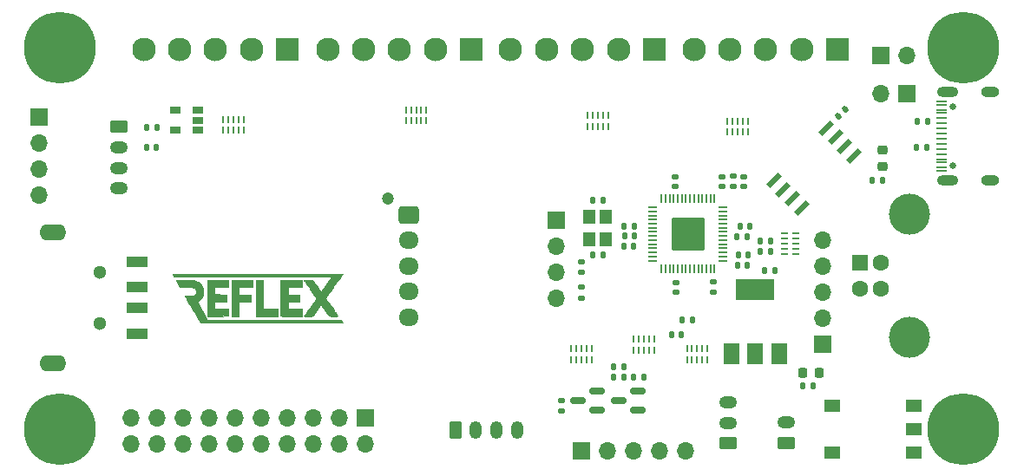
<source format=gbr>
%TF.GenerationSoftware,KiCad,Pcbnew,(7.0.0-0)*%
%TF.CreationDate,2023-08-14T10:15:54-06:00*%
%TF.ProjectId,ReflexFightingBoard,5265666c-6578-4466-9967-6874696e6742,rev?*%
%TF.SameCoordinates,Original*%
%TF.FileFunction,Soldermask,Top*%
%TF.FilePolarity,Negative*%
%FSLAX46Y46*%
G04 Gerber Fmt 4.6, Leading zero omitted, Abs format (unit mm)*
G04 Created by KiCad (PCBNEW (7.0.0-0)) date 2023-08-14 10:15:54*
%MOMM*%
%LPD*%
G01*
G04 APERTURE LIST*
G04 Aperture macros list*
%AMRoundRect*
0 Rectangle with rounded corners*
0 $1 Rounding radius*
0 $2 $3 $4 $5 $6 $7 $8 $9 X,Y pos of 4 corners*
0 Add a 4 corners polygon primitive as box body*
4,1,4,$2,$3,$4,$5,$6,$7,$8,$9,$2,$3,0*
0 Add four circle primitives for the rounded corners*
1,1,$1+$1,$2,$3*
1,1,$1+$1,$4,$5*
1,1,$1+$1,$6,$7*
1,1,$1+$1,$8,$9*
0 Add four rect primitives between the rounded corners*
20,1,$1+$1,$2,$3,$4,$5,0*
20,1,$1+$1,$4,$5,$6,$7,0*
20,1,$1+$1,$6,$7,$8,$9,0*
20,1,$1+$1,$8,$9,$2,$3,0*%
%AMRotRect*
0 Rectangle, with rotation*
0 The origin of the aperture is its center*
0 $1 length*
0 $2 width*
0 $3 Rotation angle, in degrees counterclockwise*
0 Add horizontal line*
21,1,$1,$2,0,0,$3*%
G04 Aperture macros list end*
%ADD10C,0.010000*%
%ADD11RoundRect,0.135000X0.135000X0.185000X-0.135000X0.185000X-0.135000X-0.185000X0.135000X-0.185000X0*%
%ADD12R,1.060000X0.650000*%
%ADD13RoundRect,0.140000X-0.140000X-0.170000X0.140000X-0.170000X0.140000X0.170000X-0.140000X0.170000X0*%
%ADD14RoundRect,0.135000X0.185000X-0.135000X0.185000X0.135000X-0.185000X0.135000X-0.185000X-0.135000X0*%
%ADD15RoundRect,0.135000X-0.185000X0.135000X-0.185000X-0.135000X0.185000X-0.135000X0.185000X0.135000X0*%
%ADD16R,1.700000X1.700000*%
%ADD17O,1.700000X1.700000*%
%ADD18RoundRect,0.249999X-0.625001X0.350001X-0.625001X-0.350001X0.625001X-0.350001X0.625001X0.350001X0*%
%ADD19O,1.750000X1.200000*%
%ADD20RoundRect,0.250000X0.625000X-0.350000X0.625000X0.350000X-0.625000X0.350000X-0.625000X-0.350000X0*%
%ADD21R,2.300000X2.300000*%
%ADD22C,2.300000*%
%ADD23C,7.000000*%
%ADD24RoundRect,0.140000X0.140000X0.170000X-0.140000X0.170000X-0.140000X-0.170000X0.140000X-0.170000X0*%
%ADD25O,0.200000X0.700000*%
%ADD26C,1.300000*%
%ADD27R,2.000000X1.000000*%
%ADD28O,2.610000X1.600000*%
%ADD29RoundRect,0.250000X-0.350000X-0.625000X0.350000X-0.625000X0.350000X0.625000X-0.350000X0.625000X0*%
%ADD30O,1.200000X1.750000*%
%ADD31RoundRect,0.140000X-0.170000X0.140000X-0.170000X-0.140000X0.170000X-0.140000X0.170000X0.140000X0*%
%ADD32RoundRect,0.135000X-0.135000X-0.185000X0.135000X-0.185000X0.135000X0.185000X-0.135000X0.185000X0*%
%ADD33R,1.600000X1.600000*%
%ADD34C,1.600000*%
%ADD35C,4.000000*%
%ADD36RoundRect,0.147500X-0.147500X-0.172500X0.147500X-0.172500X0.147500X0.172500X-0.147500X0.172500X0*%
%ADD37R,1.500000X2.000000*%
%ADD38R,3.800000X2.000000*%
%ADD39RotRect,1.610000X0.580000X45.000000*%
%ADD40RoundRect,0.150000X0.587500X0.150000X-0.587500X0.150000X-0.587500X-0.150000X0.587500X-0.150000X0*%
%ADD41RoundRect,0.050000X-0.050000X0.387500X-0.050000X-0.387500X0.050000X-0.387500X0.050000X0.387500X0*%
%ADD42RoundRect,0.050000X-0.387500X0.050000X-0.387500X-0.050000X0.387500X-0.050000X0.387500X0.050000X0*%
%ADD43RoundRect,0.144000X-1.456000X1.456000X-1.456000X-1.456000X1.456000X-1.456000X1.456000X1.456000X0*%
%ADD44RoundRect,0.140000X0.170000X-0.140000X0.170000X0.140000X-0.170000X0.140000X-0.170000X-0.140000X0*%
%ADD45R,1.150000X1.400000*%
%ADD46RoundRect,0.218750X-0.218750X-0.256250X0.218750X-0.256250X0.218750X0.256250X-0.218750X0.256250X0*%
%ADD47RoundRect,0.218750X-0.256250X0.218750X-0.256250X-0.218750X0.256250X-0.218750X0.256250X0.218750X0*%
%ADD48R,1.550000X1.300000*%
%ADD49RoundRect,0.140000X0.021213X-0.219203X0.219203X-0.021213X-0.021213X0.219203X-0.219203X0.021213X0*%
%ADD50C,1.200000*%
%ADD51RoundRect,0.250000X-0.725000X0.600000X-0.725000X-0.600000X0.725000X-0.600000X0.725000X0.600000X0*%
%ADD52O,1.950000X1.700000*%
%ADD53C,0.650000*%
%ADD54R,1.100000X0.225000*%
%ADD55O,2.100000X1.000000*%
%ADD56O,1.800000X1.000000*%
%ADD57O,0.700000X0.200000*%
G04 APERTURE END LIST*
%TO.C,Ref\u002A\u002A*%
G36*
X127162316Y-108736848D02*
G01*
X128580483Y-108736848D01*
X128580483Y-109456515D01*
X126463816Y-109456515D01*
X126463816Y-105921682D01*
X127162316Y-105921682D01*
X127162316Y-108736848D01*
G37*
D10*
X127162316Y-108736848D02*
X128580483Y-108736848D01*
X128580483Y-109456515D01*
X126463816Y-109456515D01*
X126463816Y-105921682D01*
X127162316Y-105921682D01*
X127162316Y-108736848D01*
G36*
X126156900Y-105932265D02*
G01*
X126156900Y-106630765D01*
X124791650Y-106641935D01*
X124791650Y-107339848D01*
X125934650Y-107339848D01*
X125934650Y-108038348D01*
X124791650Y-108038348D01*
X124791650Y-109456515D01*
X124093150Y-109456515D01*
X124093150Y-105921279D01*
X126156900Y-105932265D01*
G37*
X126156900Y-105932265D02*
X126156900Y-106630765D01*
X124791650Y-106641935D01*
X124791650Y-107339848D01*
X125934650Y-107339848D01*
X125934650Y-108038348D01*
X124791650Y-108038348D01*
X124791650Y-109456515D01*
X124093150Y-109456515D01*
X124093150Y-105921279D01*
X126156900Y-105932265D01*
G36*
X122764941Y-105926770D02*
G01*
X123786233Y-105932265D01*
X123786233Y-106630765D01*
X123113668Y-106636355D01*
X122441104Y-106641944D01*
X122446918Y-106985605D01*
X122452733Y-107329265D01*
X123563983Y-107340551D01*
X123563983Y-108037645D01*
X123008358Y-108043288D01*
X122452733Y-108048932D01*
X122452733Y-108726265D01*
X123119483Y-108736848D01*
X123786233Y-108747432D01*
X123786233Y-109445932D01*
X122764941Y-109451426D01*
X121743650Y-109456921D01*
X121743650Y-105921275D01*
X122764941Y-105926770D01*
G37*
X122764941Y-105926770D02*
X123786233Y-105932265D01*
X123786233Y-106630765D01*
X123113668Y-106636355D01*
X122441104Y-106641944D01*
X122446918Y-106985605D01*
X122452733Y-107329265D01*
X123563983Y-107340551D01*
X123563983Y-108037645D01*
X123008358Y-108043288D01*
X122452733Y-108048932D01*
X122452733Y-108726265D01*
X123119483Y-108736848D01*
X123786233Y-108747432D01*
X123786233Y-109445932D01*
X122764941Y-109451426D01*
X121743650Y-109456921D01*
X121743650Y-105921275D01*
X122764941Y-105926770D01*
G36*
X130929983Y-106641348D02*
G01*
X129596483Y-106641348D01*
X129596483Y-107339848D01*
X130697150Y-107339848D01*
X130697150Y-108038348D01*
X129596483Y-108038348D01*
X129596483Y-108736848D01*
X130929983Y-108736848D01*
X130929983Y-109456515D01*
X129913319Y-109456515D01*
X129668765Y-109456287D01*
X129463628Y-109455552D01*
X129294993Y-109454235D01*
X129159945Y-109452261D01*
X129055570Y-109449555D01*
X128978954Y-109446043D01*
X128927181Y-109441648D01*
X128897337Y-109436295D01*
X128886559Y-109430057D01*
X128885069Y-109405266D01*
X128883777Y-109341336D01*
X128882689Y-109241459D01*
X128881815Y-109108830D01*
X128881164Y-108946640D01*
X128880743Y-108758085D01*
X128880562Y-108546356D01*
X128880627Y-108314647D01*
X128880949Y-108066152D01*
X128881535Y-107804063D01*
X128881932Y-107667932D01*
X128887400Y-105932265D01*
X129908691Y-105926770D01*
X130929983Y-105921275D01*
X130929983Y-106641348D01*
G37*
X130929983Y-106641348D02*
X129596483Y-106641348D01*
X129596483Y-107339848D01*
X130697150Y-107339848D01*
X130697150Y-108038348D01*
X129596483Y-108038348D01*
X129596483Y-108736848D01*
X130929983Y-108736848D01*
X130929983Y-109456515D01*
X129913319Y-109456515D01*
X129668765Y-109456287D01*
X129463628Y-109455552D01*
X129294993Y-109454235D01*
X129159945Y-109452261D01*
X129055570Y-109449555D01*
X128978954Y-109446043D01*
X128927181Y-109441648D01*
X128897337Y-109436295D01*
X128886559Y-109430057D01*
X128885069Y-109405266D01*
X128883777Y-109341336D01*
X128882689Y-109241459D01*
X128881815Y-109108830D01*
X128881164Y-108946640D01*
X128880743Y-108758085D01*
X128880562Y-108546356D01*
X128880627Y-108314647D01*
X128880949Y-108066152D01*
X128881535Y-107804063D01*
X128881932Y-107667932D01*
X128887400Y-105932265D01*
X129908691Y-105926770D01*
X130929983Y-105921275D01*
X130929983Y-106641348D01*
G36*
X119315812Y-105924462D02*
G01*
X119498370Y-105925407D01*
X119576970Y-105926068D01*
X120441900Y-105934144D01*
X120583123Y-105989843D01*
X120772628Y-106079728D01*
X120930150Y-106189269D01*
X121063835Y-106324649D01*
X121119117Y-106396670D01*
X121227302Y-106583971D01*
X121297252Y-106787030D01*
X121327802Y-107001163D01*
X121319988Y-107204908D01*
X121280103Y-107384643D01*
X121208499Y-107560207D01*
X121110709Y-107722711D01*
X120992265Y-107863271D01*
X120858701Y-107973001D01*
X120830996Y-107990268D01*
X120789558Y-108018492D01*
X120770177Y-108039074D01*
X120769983Y-108040308D01*
X120779743Y-108063156D01*
X120806359Y-108115240D01*
X120845828Y-108188953D01*
X120894152Y-108276691D01*
X120896983Y-108281765D01*
X120945630Y-108369750D01*
X120985664Y-108443793D01*
X121013099Y-108496401D01*
X121023947Y-108520081D01*
X121023983Y-108520414D01*
X121033811Y-108542610D01*
X121060068Y-108592358D01*
X121097914Y-108660610D01*
X121115997Y-108692435D01*
X121166881Y-108782883D01*
X121227843Y-108893485D01*
X121289352Y-109006875D01*
X121320386Y-109064932D01*
X121375706Y-109168386D01*
X121433383Y-109275017D01*
X121484972Y-109369266D01*
X121509930Y-109414182D01*
X121549580Y-109486348D01*
X121581722Y-109547541D01*
X121599885Y-109585409D01*
X121600592Y-109587195D01*
X121619684Y-109625882D01*
X121652252Y-109682487D01*
X121668549Y-109708904D01*
X121723014Y-109795182D01*
X134733849Y-109795182D01*
X134821583Y-109920254D01*
X134864775Y-109984841D01*
X134896098Y-110037425D01*
X134909239Y-110067343D01*
X134909316Y-110068421D01*
X134888468Y-110070194D01*
X134827195Y-110071905D01*
X134727407Y-110073554D01*
X134591014Y-110075140D01*
X134419923Y-110076661D01*
X134216045Y-110078118D01*
X133981289Y-110079508D01*
X133717563Y-110080832D01*
X133426776Y-110082087D01*
X133110838Y-110083273D01*
X132771659Y-110084390D01*
X132411146Y-110085436D01*
X132031210Y-110086410D01*
X131633758Y-110087311D01*
X131220702Y-110088139D01*
X130793948Y-110088891D01*
X130355408Y-110089569D01*
X129906989Y-110090170D01*
X129450601Y-110090693D01*
X128988153Y-110091138D01*
X128521554Y-110091504D01*
X128052713Y-110091789D01*
X127583540Y-110091993D01*
X127115943Y-110092115D01*
X126651832Y-110092153D01*
X126193115Y-110092108D01*
X125741703Y-110091977D01*
X125299503Y-110091761D01*
X124868426Y-110091457D01*
X124450379Y-110091066D01*
X124047274Y-110090586D01*
X123661017Y-110090016D01*
X123293519Y-110089355D01*
X122946689Y-110088602D01*
X122622435Y-110087757D01*
X122322668Y-110086818D01*
X122049296Y-110085785D01*
X121804227Y-110084656D01*
X121589372Y-110083431D01*
X121406640Y-110082109D01*
X121257939Y-110080688D01*
X121145179Y-110079167D01*
X121070268Y-110077547D01*
X121035117Y-110075825D01*
X121032645Y-110075316D01*
X121019344Y-110055267D01*
X120987364Y-110001958D01*
X120938772Y-109919028D01*
X120875636Y-109810118D01*
X120800020Y-109678870D01*
X120713993Y-109528923D01*
X120619620Y-109363919D01*
X120518968Y-109187499D01*
X120414105Y-109003303D01*
X120307096Y-108814971D01*
X120200008Y-108626145D01*
X120094908Y-108440466D01*
X119993863Y-108261574D01*
X119898939Y-108093110D01*
X119812203Y-107938714D01*
X119735721Y-107802028D01*
X119671560Y-107686692D01*
X119621787Y-107596347D01*
X119588469Y-107534634D01*
X119573671Y-107505193D01*
X119573533Y-107504840D01*
X119572425Y-107492668D01*
X119583257Y-107483485D01*
X119611311Y-107476723D01*
X119661872Y-107471814D01*
X119740219Y-107468191D01*
X119851638Y-107465286D01*
X119960612Y-107463227D01*
X120100140Y-107460647D01*
X120204156Y-107457841D01*
X120279477Y-107453890D01*
X120332919Y-107447872D01*
X120371299Y-107438867D01*
X120401433Y-107425955D01*
X120430137Y-107408215D01*
X120445335Y-107397766D01*
X120536020Y-107311797D01*
X120594894Y-107207205D01*
X120622055Y-107092116D01*
X120617597Y-106974657D01*
X120581618Y-106862953D01*
X120514212Y-106765131D01*
X120437117Y-106701948D01*
X120413385Y-106687802D01*
X120389057Y-106676516D01*
X120359143Y-106667670D01*
X120318653Y-106660850D01*
X120262596Y-106655637D01*
X120185982Y-106651614D01*
X120083820Y-106648364D01*
X119951122Y-106645471D01*
X119782895Y-106642516D01*
X119712106Y-106641348D01*
X119066978Y-106630765D01*
X118873461Y-106292098D01*
X118813032Y-106183978D01*
X118762061Y-106088197D01*
X118723570Y-106010826D01*
X118700581Y-105957933D01*
X118695992Y-105935711D01*
X118719972Y-105932070D01*
X118781738Y-105929069D01*
X118876748Y-105926758D01*
X119000459Y-105925187D01*
X119148328Y-105924405D01*
X119315812Y-105924462D01*
G37*
X119315812Y-105924462D02*
X119498370Y-105925407D01*
X119576970Y-105926068D01*
X120441900Y-105934144D01*
X120583123Y-105989843D01*
X120772628Y-106079728D01*
X120930150Y-106189269D01*
X121063835Y-106324649D01*
X121119117Y-106396670D01*
X121227302Y-106583971D01*
X121297252Y-106787030D01*
X121327802Y-107001163D01*
X121319988Y-107204908D01*
X121280103Y-107384643D01*
X121208499Y-107560207D01*
X121110709Y-107722711D01*
X120992265Y-107863271D01*
X120858701Y-107973001D01*
X120830996Y-107990268D01*
X120789558Y-108018492D01*
X120770177Y-108039074D01*
X120769983Y-108040308D01*
X120779743Y-108063156D01*
X120806359Y-108115240D01*
X120845828Y-108188953D01*
X120894152Y-108276691D01*
X120896983Y-108281765D01*
X120945630Y-108369750D01*
X120985664Y-108443793D01*
X121013099Y-108496401D01*
X121023947Y-108520081D01*
X121023983Y-108520414D01*
X121033811Y-108542610D01*
X121060068Y-108592358D01*
X121097914Y-108660610D01*
X121115997Y-108692435D01*
X121166881Y-108782883D01*
X121227843Y-108893485D01*
X121289352Y-109006875D01*
X121320386Y-109064932D01*
X121375706Y-109168386D01*
X121433383Y-109275017D01*
X121484972Y-109369266D01*
X121509930Y-109414182D01*
X121549580Y-109486348D01*
X121581722Y-109547541D01*
X121599885Y-109585409D01*
X121600592Y-109587195D01*
X121619684Y-109625882D01*
X121652252Y-109682487D01*
X121668549Y-109708904D01*
X121723014Y-109795182D01*
X134733849Y-109795182D01*
X134821583Y-109920254D01*
X134864775Y-109984841D01*
X134896098Y-110037425D01*
X134909239Y-110067343D01*
X134909316Y-110068421D01*
X134888468Y-110070194D01*
X134827195Y-110071905D01*
X134727407Y-110073554D01*
X134591014Y-110075140D01*
X134419923Y-110076661D01*
X134216045Y-110078118D01*
X133981289Y-110079508D01*
X133717563Y-110080832D01*
X133426776Y-110082087D01*
X133110838Y-110083273D01*
X132771659Y-110084390D01*
X132411146Y-110085436D01*
X132031210Y-110086410D01*
X131633758Y-110087311D01*
X131220702Y-110088139D01*
X130793948Y-110088891D01*
X130355408Y-110089569D01*
X129906989Y-110090170D01*
X129450601Y-110090693D01*
X128988153Y-110091138D01*
X128521554Y-110091504D01*
X128052713Y-110091789D01*
X127583540Y-110091993D01*
X127115943Y-110092115D01*
X126651832Y-110092153D01*
X126193115Y-110092108D01*
X125741703Y-110091977D01*
X125299503Y-110091761D01*
X124868426Y-110091457D01*
X124450379Y-110091066D01*
X124047274Y-110090586D01*
X123661017Y-110090016D01*
X123293519Y-110089355D01*
X122946689Y-110088602D01*
X122622435Y-110087757D01*
X122322668Y-110086818D01*
X122049296Y-110085785D01*
X121804227Y-110084656D01*
X121589372Y-110083431D01*
X121406640Y-110082109D01*
X121257939Y-110080688D01*
X121145179Y-110079167D01*
X121070268Y-110077547D01*
X121035117Y-110075825D01*
X121032645Y-110075316D01*
X121019344Y-110055267D01*
X120987364Y-110001958D01*
X120938772Y-109919028D01*
X120875636Y-109810118D01*
X120800020Y-109678870D01*
X120713993Y-109528923D01*
X120619620Y-109363919D01*
X120518968Y-109187499D01*
X120414105Y-109003303D01*
X120307096Y-108814971D01*
X120200008Y-108626145D01*
X120094908Y-108440466D01*
X119993863Y-108261574D01*
X119898939Y-108093110D01*
X119812203Y-107938714D01*
X119735721Y-107802028D01*
X119671560Y-107686692D01*
X119621787Y-107596347D01*
X119588469Y-107534634D01*
X119573671Y-107505193D01*
X119573533Y-107504840D01*
X119572425Y-107492668D01*
X119583257Y-107483485D01*
X119611311Y-107476723D01*
X119661872Y-107471814D01*
X119740219Y-107468191D01*
X119851638Y-107465286D01*
X119960612Y-107463227D01*
X120100140Y-107460647D01*
X120204156Y-107457841D01*
X120279477Y-107453890D01*
X120332919Y-107447872D01*
X120371299Y-107438867D01*
X120401433Y-107425955D01*
X120430137Y-107408215D01*
X120445335Y-107397766D01*
X120536020Y-107311797D01*
X120594894Y-107207205D01*
X120622055Y-107092116D01*
X120617597Y-106974657D01*
X120581618Y-106862953D01*
X120514212Y-106765131D01*
X120437117Y-106701948D01*
X120413385Y-106687802D01*
X120389057Y-106676516D01*
X120359143Y-106667670D01*
X120318653Y-106660850D01*
X120262596Y-106655637D01*
X120185982Y-106651614D01*
X120083820Y-106648364D01*
X119951122Y-106645471D01*
X119782895Y-106642516D01*
X119712106Y-106641348D01*
X119066978Y-106630765D01*
X118873461Y-106292098D01*
X118813032Y-106183978D01*
X118762061Y-106088197D01*
X118723570Y-106010826D01*
X118700581Y-105957933D01*
X118695992Y-105935711D01*
X118719972Y-105932070D01*
X118781738Y-105929069D01*
X118876748Y-105926758D01*
X119000459Y-105925187D01*
X119148328Y-105924405D01*
X119315812Y-105924462D01*
G36*
X134877011Y-105366057D02*
G01*
X134847670Y-105410092D01*
X134797824Y-105482794D01*
X134731536Y-105578357D01*
X134652873Y-105690974D01*
X134565899Y-105814842D01*
X134474681Y-105944152D01*
X134383282Y-106073100D01*
X134305837Y-106181795D01*
X134223706Y-106297259D01*
X134131595Y-106427580D01*
X134041771Y-106555366D01*
X133977754Y-106647022D01*
X133906734Y-106748523D01*
X133820330Y-106871073D01*
X133727937Y-107001396D01*
X133638952Y-107126217D01*
X133610739Y-107165606D01*
X133496466Y-107325738D01*
X133406247Y-107454077D01*
X133338704Y-107552673D01*
X133292458Y-107623573D01*
X133266131Y-107668829D01*
X133258316Y-107689822D01*
X133271028Y-107717046D01*
X133308994Y-107777681D01*
X133371960Y-107871351D01*
X133459670Y-107997681D01*
X133571870Y-108156297D01*
X133649371Y-108264761D01*
X133719195Y-108362394D01*
X133798786Y-108474035D01*
X133883894Y-108593684D01*
X133970268Y-108715345D01*
X134053659Y-108833020D01*
X134129816Y-108940710D01*
X134194490Y-109032419D01*
X134243431Y-109102149D01*
X134272388Y-109143901D01*
X134273743Y-109145895D01*
X134302779Y-109187555D01*
X134346266Y-109248616D01*
X134384868Y-109302153D01*
X134426306Y-109362500D01*
X134455201Y-109410727D01*
X134464816Y-109434444D01*
X134443773Y-109443170D01*
X134381031Y-109449737D01*
X134277173Y-109454116D01*
X134132778Y-109456276D01*
X134052891Y-109456515D01*
X133909682Y-109457049D01*
X133801525Y-109456582D01*
X133721189Y-109452013D01*
X133661445Y-109440241D01*
X133615063Y-109418162D01*
X133574813Y-109382675D01*
X133533465Y-109330678D01*
X133483790Y-109259069D01*
X133438233Y-109192798D01*
X133360007Y-109080977D01*
X133275483Y-108961066D01*
X133188456Y-108838353D01*
X133102718Y-108718125D01*
X133022063Y-108605671D01*
X132950285Y-108506278D01*
X132891177Y-108425234D01*
X132848533Y-108367827D01*
X132826145Y-108339344D01*
X132825353Y-108338484D01*
X132806559Y-108329170D01*
X132782980Y-108343574D01*
X132748323Y-108386928D01*
X132723500Y-108423151D01*
X132683062Y-108482525D01*
X132625046Y-108566209D01*
X132556513Y-108664086D01*
X132484522Y-108766039D01*
X132467674Y-108789765D01*
X132389953Y-108899313D01*
X132308179Y-109014955D01*
X132231581Y-109123620D01*
X132169385Y-109212238D01*
X132164162Y-109219710D01*
X132109186Y-109297477D01*
X132060752Y-109364328D01*
X132025537Y-109411131D01*
X132013263Y-109426085D01*
X131995401Y-109437012D01*
X131961189Y-109445105D01*
X131905312Y-109450733D01*
X131822453Y-109454264D01*
X131707298Y-109456066D01*
X131574054Y-109456515D01*
X131416642Y-109455603D01*
X131299183Y-109452778D01*
X131219331Y-109447903D01*
X131174745Y-109440846D01*
X131162816Y-109432830D01*
X131174468Y-109407984D01*
X131206537Y-109355490D01*
X131254694Y-109282048D01*
X131314612Y-109194357D01*
X131344019Y-109152372D01*
X131407524Y-109062359D01*
X131489611Y-108945971D01*
X131584477Y-108811437D01*
X131686320Y-108666987D01*
X131789337Y-108520851D01*
X131860881Y-108419348D01*
X131954279Y-108286861D01*
X132044407Y-108159070D01*
X132126970Y-108042060D01*
X132197675Y-107941913D01*
X132252229Y-107864713D01*
X132284387Y-107819292D01*
X132326051Y-107755244D01*
X132353367Y-107702712D01*
X132360883Y-107672318D01*
X132360448Y-107671125D01*
X132343154Y-107643353D01*
X132307748Y-107591332D01*
X132261049Y-107525027D01*
X132247864Y-107506628D01*
X132184851Y-107418605D01*
X132104302Y-107305464D01*
X132012977Y-107176756D01*
X131917638Y-107042030D01*
X131825045Y-106910836D01*
X131741959Y-106792724D01*
X131695222Y-106726015D01*
X131638495Y-106645458D01*
X131568659Y-106547153D01*
X131497466Y-106447616D01*
X131469337Y-106408515D01*
X131364572Y-106262431D01*
X131278042Y-106140156D01*
X131211337Y-106043998D01*
X131166049Y-105976259D01*
X131143766Y-105939247D01*
X131141650Y-105933479D01*
X131161758Y-105929887D01*
X131217851Y-105926736D01*
X131303581Y-105924203D01*
X131412600Y-105922466D01*
X131538561Y-105921702D01*
X131563471Y-105921682D01*
X131713632Y-105922238D01*
X131826725Y-105924143D01*
X131908003Y-105927752D01*
X131962721Y-105933422D01*
X131996132Y-105941506D01*
X132013263Y-105952112D01*
X132036916Y-105981881D01*
X132077932Y-106037364D01*
X132129634Y-106109431D01*
X132164162Y-106158487D01*
X132224349Y-106244296D01*
X132299890Y-106351499D01*
X132381557Y-106467027D01*
X132460122Y-106577807D01*
X132467674Y-106588432D01*
X132539329Y-106689689D01*
X132609089Y-106789101D01*
X132669939Y-106876615D01*
X132714860Y-106942175D01*
X132722512Y-106953557D01*
X132771141Y-107022100D01*
X132804201Y-107056555D01*
X132826158Y-107060124D01*
X132840651Y-107038223D01*
X132855766Y-107013091D01*
X132891425Y-106959661D01*
X132943455Y-106884007D01*
X133007686Y-106792202D01*
X133070458Y-106703623D01*
X133151046Y-106590289D01*
X133231940Y-106476070D01*
X133306285Y-106370679D01*
X133367224Y-106283825D01*
X133395900Y-106242633D01*
X133451131Y-106163389D01*
X133521614Y-106063014D01*
X133597981Y-105954816D01*
X133665775Y-105859254D01*
X133726236Y-105773419D01*
X133776652Y-105700188D01*
X133812477Y-105646294D01*
X133829164Y-105618465D01*
X133829816Y-105616453D01*
X133808898Y-105615543D01*
X133747136Y-105614650D01*
X133646021Y-105613775D01*
X133507042Y-105612920D01*
X133331690Y-105612089D01*
X133121454Y-105611283D01*
X132877824Y-105610505D01*
X132602291Y-105609757D01*
X132296343Y-105609042D01*
X131961472Y-105608363D01*
X131599166Y-105607722D01*
X131210917Y-105607120D01*
X130798214Y-105606562D01*
X130362546Y-105606048D01*
X129905404Y-105605582D01*
X129428278Y-105605167D01*
X128932657Y-105604803D01*
X128420032Y-105604495D01*
X127891892Y-105604244D01*
X127349728Y-105604053D01*
X126795029Y-105603924D01*
X126229285Y-105603860D01*
X126172775Y-105603857D01*
X125605762Y-105603791D01*
X125049529Y-105603642D01*
X124505572Y-105603413D01*
X123975386Y-105603108D01*
X123460468Y-105602730D01*
X122962313Y-105602282D01*
X122482418Y-105601767D01*
X122022278Y-105601187D01*
X121583391Y-105600547D01*
X121167251Y-105599849D01*
X120775355Y-105599096D01*
X120409199Y-105598292D01*
X120070280Y-105597439D01*
X119760092Y-105596540D01*
X119480132Y-105595600D01*
X119231897Y-105594620D01*
X119016882Y-105593603D01*
X118836583Y-105592554D01*
X118692497Y-105591475D01*
X118586119Y-105590369D01*
X118518946Y-105589239D01*
X118492473Y-105588088D01*
X118492136Y-105587982D01*
X118471298Y-105563333D01*
X118438676Y-105514150D01*
X118401562Y-105452842D01*
X118367248Y-105391818D01*
X118343029Y-105343487D01*
X118335816Y-105322012D01*
X118356744Y-105321004D01*
X118418574Y-105320014D01*
X118519872Y-105319046D01*
X118659208Y-105318101D01*
X118835150Y-105317182D01*
X119046264Y-105316291D01*
X119291120Y-105315431D01*
X119568286Y-105314604D01*
X119876329Y-105313813D01*
X120213817Y-105313059D01*
X120579318Y-105312347D01*
X120971401Y-105311677D01*
X121388634Y-105311053D01*
X121829584Y-105310477D01*
X122292819Y-105309951D01*
X122776907Y-105309477D01*
X123280417Y-105309059D01*
X123801917Y-105308699D01*
X124339974Y-105308399D01*
X124893156Y-105308161D01*
X125460032Y-105307989D01*
X126039169Y-105307883D01*
X126625001Y-105307848D01*
X134914185Y-105307848D01*
X134877011Y-105366057D01*
G37*
X134877011Y-105366057D02*
X134847670Y-105410092D01*
X134797824Y-105482794D01*
X134731536Y-105578357D01*
X134652873Y-105690974D01*
X134565899Y-105814842D01*
X134474681Y-105944152D01*
X134383282Y-106073100D01*
X134305837Y-106181795D01*
X134223706Y-106297259D01*
X134131595Y-106427580D01*
X134041771Y-106555366D01*
X133977754Y-106647022D01*
X133906734Y-106748523D01*
X133820330Y-106871073D01*
X133727937Y-107001396D01*
X133638952Y-107126217D01*
X133610739Y-107165606D01*
X133496466Y-107325738D01*
X133406247Y-107454077D01*
X133338704Y-107552673D01*
X133292458Y-107623573D01*
X133266131Y-107668829D01*
X133258316Y-107689822D01*
X133271028Y-107717046D01*
X133308994Y-107777681D01*
X133371960Y-107871351D01*
X133459670Y-107997681D01*
X133571870Y-108156297D01*
X133649371Y-108264761D01*
X133719195Y-108362394D01*
X133798786Y-108474035D01*
X133883894Y-108593684D01*
X133970268Y-108715345D01*
X134053659Y-108833020D01*
X134129816Y-108940710D01*
X134194490Y-109032419D01*
X134243431Y-109102149D01*
X134272388Y-109143901D01*
X134273743Y-109145895D01*
X134302779Y-109187555D01*
X134346266Y-109248616D01*
X134384868Y-109302153D01*
X134426306Y-109362500D01*
X134455201Y-109410727D01*
X134464816Y-109434444D01*
X134443773Y-109443170D01*
X134381031Y-109449737D01*
X134277173Y-109454116D01*
X134132778Y-109456276D01*
X134052891Y-109456515D01*
X133909682Y-109457049D01*
X133801525Y-109456582D01*
X133721189Y-109452013D01*
X133661445Y-109440241D01*
X133615063Y-109418162D01*
X133574813Y-109382675D01*
X133533465Y-109330678D01*
X133483790Y-109259069D01*
X133438233Y-109192798D01*
X133360007Y-109080977D01*
X133275483Y-108961066D01*
X133188456Y-108838353D01*
X133102718Y-108718125D01*
X133022063Y-108605671D01*
X132950285Y-108506278D01*
X132891177Y-108425234D01*
X132848533Y-108367827D01*
X132826145Y-108339344D01*
X132825353Y-108338484D01*
X132806559Y-108329170D01*
X132782980Y-108343574D01*
X132748323Y-108386928D01*
X132723500Y-108423151D01*
X132683062Y-108482525D01*
X132625046Y-108566209D01*
X132556513Y-108664086D01*
X132484522Y-108766039D01*
X132467674Y-108789765D01*
X132389953Y-108899313D01*
X132308179Y-109014955D01*
X132231581Y-109123620D01*
X132169385Y-109212238D01*
X132164162Y-109219710D01*
X132109186Y-109297477D01*
X132060752Y-109364328D01*
X132025537Y-109411131D01*
X132013263Y-109426085D01*
X131995401Y-109437012D01*
X131961189Y-109445105D01*
X131905312Y-109450733D01*
X131822453Y-109454264D01*
X131707298Y-109456066D01*
X131574054Y-109456515D01*
X131416642Y-109455603D01*
X131299183Y-109452778D01*
X131219331Y-109447903D01*
X131174745Y-109440846D01*
X131162816Y-109432830D01*
X131174468Y-109407984D01*
X131206537Y-109355490D01*
X131254694Y-109282048D01*
X131314612Y-109194357D01*
X131344019Y-109152372D01*
X131407524Y-109062359D01*
X131489611Y-108945971D01*
X131584477Y-108811437D01*
X131686320Y-108666987D01*
X131789337Y-108520851D01*
X131860881Y-108419348D01*
X131954279Y-108286861D01*
X132044407Y-108159070D01*
X132126970Y-108042060D01*
X132197675Y-107941913D01*
X132252229Y-107864713D01*
X132284387Y-107819292D01*
X132326051Y-107755244D01*
X132353367Y-107702712D01*
X132360883Y-107672318D01*
X132360448Y-107671125D01*
X132343154Y-107643353D01*
X132307748Y-107591332D01*
X132261049Y-107525027D01*
X132247864Y-107506628D01*
X132184851Y-107418605D01*
X132104302Y-107305464D01*
X132012977Y-107176756D01*
X131917638Y-107042030D01*
X131825045Y-106910836D01*
X131741959Y-106792724D01*
X131695222Y-106726015D01*
X131638495Y-106645458D01*
X131568659Y-106547153D01*
X131497466Y-106447616D01*
X131469337Y-106408515D01*
X131364572Y-106262431D01*
X131278042Y-106140156D01*
X131211337Y-106043998D01*
X131166049Y-105976259D01*
X131143766Y-105939247D01*
X131141650Y-105933479D01*
X131161758Y-105929887D01*
X131217851Y-105926736D01*
X131303581Y-105924203D01*
X131412600Y-105922466D01*
X131538561Y-105921702D01*
X131563471Y-105921682D01*
X131713632Y-105922238D01*
X131826725Y-105924143D01*
X131908003Y-105927752D01*
X131962721Y-105933422D01*
X131996132Y-105941506D01*
X132013263Y-105952112D01*
X132036916Y-105981881D01*
X132077932Y-106037364D01*
X132129634Y-106109431D01*
X132164162Y-106158487D01*
X132224349Y-106244296D01*
X132299890Y-106351499D01*
X132381557Y-106467027D01*
X132460122Y-106577807D01*
X132467674Y-106588432D01*
X132539329Y-106689689D01*
X132609089Y-106789101D01*
X132669939Y-106876615D01*
X132714860Y-106942175D01*
X132722512Y-106953557D01*
X132771141Y-107022100D01*
X132804201Y-107056555D01*
X132826158Y-107060124D01*
X132840651Y-107038223D01*
X132855766Y-107013091D01*
X132891425Y-106959661D01*
X132943455Y-106884007D01*
X133007686Y-106792202D01*
X133070458Y-106703623D01*
X133151046Y-106590289D01*
X133231940Y-106476070D01*
X133306285Y-106370679D01*
X133367224Y-106283825D01*
X133395900Y-106242633D01*
X133451131Y-106163389D01*
X133521614Y-106063014D01*
X133597981Y-105954816D01*
X133665775Y-105859254D01*
X133726236Y-105773419D01*
X133776652Y-105700188D01*
X133812477Y-105646294D01*
X133829164Y-105618465D01*
X133829816Y-105616453D01*
X133808898Y-105615543D01*
X133747136Y-105614650D01*
X133646021Y-105613775D01*
X133507042Y-105612920D01*
X133331690Y-105612089D01*
X133121454Y-105611283D01*
X132877824Y-105610505D01*
X132602291Y-105609757D01*
X132296343Y-105609042D01*
X131961472Y-105608363D01*
X131599166Y-105607722D01*
X131210917Y-105607120D01*
X130798214Y-105606562D01*
X130362546Y-105606048D01*
X129905404Y-105605582D01*
X129428278Y-105605167D01*
X128932657Y-105604803D01*
X128420032Y-105604495D01*
X127891892Y-105604244D01*
X127349728Y-105604053D01*
X126795029Y-105603924D01*
X126229285Y-105603860D01*
X126172775Y-105603857D01*
X125605762Y-105603791D01*
X125049529Y-105603642D01*
X124505572Y-105603413D01*
X123975386Y-105603108D01*
X123460468Y-105602730D01*
X122962313Y-105602282D01*
X122482418Y-105601767D01*
X122022278Y-105601187D01*
X121583391Y-105600547D01*
X121167251Y-105599849D01*
X120775355Y-105599096D01*
X120409199Y-105598292D01*
X120070280Y-105597439D01*
X119760092Y-105596540D01*
X119480132Y-105595600D01*
X119231897Y-105594620D01*
X119016882Y-105593603D01*
X118836583Y-105592554D01*
X118692497Y-105591475D01*
X118586119Y-105590369D01*
X118518946Y-105589239D01*
X118492473Y-105588088D01*
X118492136Y-105587982D01*
X118471298Y-105563333D01*
X118438676Y-105514150D01*
X118401562Y-105452842D01*
X118367248Y-105391818D01*
X118343029Y-105343487D01*
X118335816Y-105322012D01*
X118356744Y-105321004D01*
X118418574Y-105320014D01*
X118519872Y-105319046D01*
X118659208Y-105318101D01*
X118835150Y-105317182D01*
X119046264Y-105316291D01*
X119291120Y-105315431D01*
X119568286Y-105314604D01*
X119876329Y-105313813D01*
X120213817Y-105313059D01*
X120579318Y-105312347D01*
X120971401Y-105311677D01*
X121388634Y-105311053D01*
X121829584Y-105310477D01*
X122292819Y-105309951D01*
X122776907Y-105309477D01*
X123280417Y-105309059D01*
X123801917Y-105308699D01*
X124339974Y-105308399D01*
X124893156Y-105308161D01*
X125460032Y-105307989D01*
X126039169Y-105307883D01*
X126625001Y-105307848D01*
X134914185Y-105307848D01*
X134877011Y-105366057D01*
%TD*%
D11*
%TO.C,R5*%
X116810000Y-91000000D03*
X115790000Y-91000000D03*
%TD*%
D12*
%TO.C,U2*%
X120799999Y-91272399D03*
X120799999Y-90322399D03*
X120799999Y-89372399D03*
X118599999Y-89372399D03*
X118599999Y-91272399D03*
%TD*%
D13*
%TO.C,C1*%
X115820000Y-93000000D03*
X116780000Y-93000000D03*
%TD*%
D14*
%TO.C,R6*%
X158225000Y-107670000D03*
X158225000Y-106650000D03*
%TD*%
D15*
%TO.C,R7*%
X158225000Y-104190000D03*
X158225000Y-105210000D03*
%TD*%
D16*
%TO.C,J2*%
X137159999Y-119379999D03*
D17*
X137159999Y-121919999D03*
X134619999Y-119379999D03*
X134619999Y-121919999D03*
X132079999Y-119379999D03*
X132079999Y-121919999D03*
X129539999Y-119379999D03*
X129539999Y-121919999D03*
X126999999Y-119379999D03*
X126999999Y-121919999D03*
X124459999Y-119379999D03*
X124459999Y-121919999D03*
X121919999Y-119379999D03*
X121919999Y-121919999D03*
X119379999Y-119379999D03*
X119379999Y-121919999D03*
X116839999Y-119379999D03*
X116839999Y-121919999D03*
X114299999Y-119379999D03*
X114299999Y-121919999D03*
%TD*%
D18*
%TO.C,J1*%
X113100000Y-90982800D03*
D19*
X113099999Y-92982799D03*
X113099999Y-94982799D03*
X113099999Y-96982799D03*
%TD*%
D20*
%TO.C,J3*%
X178225000Y-121850000D03*
D19*
X178224999Y-119849999D03*
%TD*%
D21*
%TO.C,J5*%
X165324999Y-83449999D03*
D22*
X161825000Y-83450000D03*
X158325000Y-83450000D03*
X154825000Y-83450000D03*
X151325000Y-83450000D03*
%TD*%
D21*
%TO.C,J6*%
X147474999Y-83449999D03*
D22*
X143975000Y-83450000D03*
X140475000Y-83450000D03*
X136975000Y-83450000D03*
X133475000Y-83450000D03*
%TD*%
D21*
%TO.C,J7*%
X129524999Y-83449999D03*
D22*
X126025000Y-83450000D03*
X122525000Y-83450000D03*
X119025000Y-83450000D03*
X115525000Y-83450000D03*
%TD*%
D21*
%TO.C,J8*%
X183199999Y-83449999D03*
D22*
X179700000Y-83450000D03*
X176200000Y-83450000D03*
X172700000Y-83450000D03*
X169200000Y-83450000D03*
%TD*%
D23*
%TO.C,H1*%
X107378000Y-83200000D03*
%TD*%
%TO.C,H3*%
X107378000Y-120460000D03*
%TD*%
%TO.C,H4*%
X195517000Y-120460000D03*
%TD*%
%TO.C,H2*%
X195517000Y-83248000D03*
%TD*%
D24*
%TO.C,C9*%
X163310000Y-102600000D03*
X162350000Y-102600000D03*
%TD*%
D25*
%TO.C,U9*%
X168519999Y-113704999D03*
X169019999Y-113704999D03*
X169519999Y-113704999D03*
X170019999Y-113704999D03*
X170519999Y-113704999D03*
X170519999Y-112654999D03*
X170019999Y-112654999D03*
X169519999Y-112654999D03*
X169019999Y-112654999D03*
X168519999Y-112654999D03*
%TD*%
D16*
%TO.C,J20*%
X187399999Y-84001951D03*
D17*
X189939999Y-84001951D03*
%TD*%
D15*
%TO.C,R15*%
X173000000Y-95790000D03*
X173000000Y-96810000D03*
%TD*%
D26*
%TO.C,J9*%
X111212500Y-105150000D03*
X111212500Y-110150000D03*
D27*
X114838390Y-104149999D03*
X114838390Y-106649999D03*
X114838390Y-108649999D03*
X114838390Y-111149999D03*
D28*
X106702499Y-101249999D03*
X106702499Y-114049999D03*
%TD*%
D29*
%TO.C,J21*%
X145925000Y-120550000D03*
D30*
X147924999Y-120549999D03*
X149924999Y-120549999D03*
X151924999Y-120549999D03*
%TD*%
D20*
%TO.C,J11*%
X172575000Y-121875000D03*
D19*
X172574999Y-119874999D03*
X172574999Y-117874999D03*
%TD*%
D16*
%TO.C,J14*%
X189999999Y-87699999D03*
D17*
X187459999Y-87699999D03*
%TD*%
D14*
%TO.C,R4*%
X156300000Y-118710000D03*
X156300000Y-117690000D03*
%TD*%
D13*
%TO.C,C8*%
X173720000Y-100700000D03*
X174680000Y-100700000D03*
%TD*%
D25*
%TO.C,U11*%
X163319999Y-112774999D03*
X163819999Y-112774999D03*
X164319999Y-112774999D03*
X164819999Y-112774999D03*
X165319999Y-112774999D03*
X165319999Y-111724999D03*
X164819999Y-111724999D03*
X164319999Y-111724999D03*
X163819999Y-111724999D03*
X163319999Y-111724999D03*
%TD*%
D31*
%TO.C,C11*%
X167460000Y-106180000D03*
X167460000Y-107140000D03*
%TD*%
D11*
%TO.C,R18*%
X176710000Y-102110000D03*
X175690000Y-102110000D03*
%TD*%
D32*
%TO.C,R3*%
X163290000Y-115450000D03*
X164310000Y-115450000D03*
%TD*%
D33*
%TO.C,J16*%
X185399999Y-104249999D03*
D34*
X185400000Y-106750000D03*
X187400000Y-106750000D03*
X187400000Y-104250000D03*
D35*
X190260000Y-99500000D03*
X190260000Y-111500000D03*
%TD*%
D25*
%TO.C,U7*%
X160859999Y-89864999D03*
X160359999Y-89864999D03*
X159859999Y-89864999D03*
X159359999Y-89864999D03*
X158859999Y-89864999D03*
X158859999Y-90914999D03*
X159359999Y-90914999D03*
X159859999Y-90914999D03*
X160359999Y-90914999D03*
X160859999Y-90914999D03*
%TD*%
D36*
%TO.C,D2*%
X167025000Y-111250000D03*
X167995000Y-111250000D03*
%TD*%
D16*
%TO.C,J19*%
X105299999Y-89999999D03*
D17*
X105299999Y-92539999D03*
X105299999Y-95079999D03*
X105299999Y-97619999D03*
%TD*%
D37*
%TO.C,U3*%
X172899999Y-113149999D03*
X175199999Y-113149999D03*
D38*
X175199999Y-106849999D03*
D37*
X177499999Y-113149999D03*
%TD*%
D39*
%TO.C,FLASH1*%
X177003841Y-96202081D03*
X177901866Y-97100106D03*
X178799892Y-97998132D03*
X179697917Y-98896157D03*
X184796157Y-93797917D03*
X183898132Y-92899892D03*
X183000106Y-92001866D03*
X182102081Y-91103841D03*
%TD*%
D40*
%TO.C,Q2*%
X163737500Y-118650000D03*
X163737500Y-116750000D03*
X161862500Y-117700000D03*
%TD*%
D16*
%TO.C,J22*%
X158224999Y-122574999D03*
D17*
X160764999Y-122574999D03*
X163304999Y-122574999D03*
X165844999Y-122574999D03*
X168384999Y-122574999D03*
%TD*%
D41*
%TO.C,U4*%
X171220000Y-97992500D03*
X170820000Y-97992500D03*
X170420000Y-97992500D03*
X170020000Y-97992500D03*
X169620000Y-97992500D03*
X169220000Y-97992500D03*
X168820000Y-97992500D03*
X168420000Y-97992500D03*
X168020000Y-97992500D03*
X167620000Y-97992500D03*
X167220000Y-97992500D03*
X166820000Y-97992500D03*
X166420000Y-97992500D03*
X166020000Y-97992500D03*
D42*
X165182500Y-98830000D03*
X165182500Y-99230000D03*
X165182500Y-99630000D03*
X165182500Y-100030000D03*
X165182500Y-100430000D03*
X165182500Y-100830000D03*
X165182500Y-101230000D03*
X165182500Y-101630000D03*
X165182500Y-102030000D03*
X165182500Y-102430000D03*
X165182500Y-102830000D03*
X165182500Y-103230000D03*
X165182500Y-103630000D03*
X165182500Y-104030000D03*
D41*
X166020000Y-104867500D03*
X166420000Y-104867500D03*
X166820000Y-104867500D03*
X167220000Y-104867500D03*
X167620000Y-104867500D03*
X168020000Y-104867500D03*
X168420000Y-104867500D03*
X168820000Y-104867500D03*
X169220000Y-104867500D03*
X169620000Y-104867500D03*
X170020000Y-104867500D03*
X170420000Y-104867500D03*
X170820000Y-104867500D03*
X171220000Y-104867500D03*
D42*
X172057500Y-104030000D03*
X172057500Y-103630000D03*
X172057500Y-103230000D03*
X172057500Y-102830000D03*
X172057500Y-102430000D03*
X172057500Y-102030000D03*
X172057500Y-101630000D03*
X172057500Y-101230000D03*
X172057500Y-100830000D03*
X172057500Y-100430000D03*
X172057500Y-100030000D03*
X172057500Y-99630000D03*
X172057500Y-99230000D03*
X172057500Y-98830000D03*
D43*
X168620000Y-101430000D03*
%TD*%
D44*
%TO.C,R14*%
X174100000Y-96780000D03*
X174100000Y-95820000D03*
%TD*%
D32*
%TO.C,R21*%
X190900000Y-93000000D03*
X191920000Y-93000000D03*
%TD*%
D11*
%TO.C,R2*%
X162360000Y-114400000D03*
X161340000Y-114400000D03*
%TD*%
D32*
%TO.C,R8*%
X161340000Y-115450000D03*
X162360000Y-115450000D03*
%TD*%
D45*
%TO.C,Y1*%
X160624999Y-101924999D03*
X160624999Y-99724999D03*
X159024999Y-99724999D03*
X159024999Y-101924999D03*
%TD*%
D13*
%TO.C,C7*%
X176120000Y-105000000D03*
X177080000Y-105000000D03*
%TD*%
D16*
%TO.C,J10*%
X155799999Y-100074999D03*
D17*
X155799999Y-102614999D03*
X155799999Y-105154999D03*
X155799999Y-107694999D03*
%TD*%
D25*
%TO.C,U1*%
X174459999Y-90409999D03*
X173959999Y-90409999D03*
X173459999Y-90409999D03*
X172959999Y-90409999D03*
X172459999Y-90409999D03*
X172459999Y-91459999D03*
X172959999Y-91459999D03*
X173459999Y-91459999D03*
X173959999Y-91459999D03*
X174459999Y-91459999D03*
%TD*%
D46*
%TO.C,D1*%
X179837500Y-114975000D03*
X181412500Y-114975000D03*
%TD*%
D32*
%TO.C,R10*%
X168020000Y-109860000D03*
X169040000Y-109860000D03*
%TD*%
D11*
%TO.C,R19*%
X176710000Y-103110000D03*
X175690000Y-103110000D03*
%TD*%
D44*
%TO.C,C15*%
X167400000Y-96780000D03*
X167400000Y-95820000D03*
%TD*%
D25*
%TO.C,U6*%
X143099999Y-89339999D03*
X142599999Y-89339999D03*
X142099999Y-89339999D03*
X141599999Y-89339999D03*
X141099999Y-89339999D03*
X141099999Y-90389999D03*
X141599999Y-90389999D03*
X142099999Y-90389999D03*
X142599999Y-90389999D03*
X143099999Y-90389999D03*
%TD*%
D32*
%TO.C,R22*%
X190990000Y-90400000D03*
X192010000Y-90400000D03*
%TD*%
D44*
%TO.C,C14*%
X171900000Y-96780000D03*
X171900000Y-95820000D03*
%TD*%
D40*
%TO.C,Q1*%
X159787500Y-118650000D03*
X159787500Y-116750000D03*
X157912500Y-117700000D03*
%TD*%
D25*
%TO.C,U5*%
X125299999Y-90274999D03*
X124799999Y-90274999D03*
X124299999Y-90274999D03*
X123799999Y-90274999D03*
X123299999Y-90274999D03*
X123299999Y-91324999D03*
X123799999Y-91324999D03*
X124299999Y-91324999D03*
X124799999Y-91324999D03*
X125299999Y-91324999D03*
%TD*%
D13*
%TO.C,C12*%
X173460000Y-104535062D03*
X174420000Y-104535062D03*
%TD*%
%TO.C,C10*%
X173520000Y-103500000D03*
X174480000Y-103500000D03*
%TD*%
D47*
%TO.C,D3*%
X187600000Y-93272500D03*
X187600000Y-94847500D03*
%TD*%
D48*
%TO.C,SW1*%
X182665657Y-118249999D03*
X190615657Y-118249999D03*
X190615657Y-120499999D03*
X182665657Y-122749999D03*
X190615657Y-122749999D03*
%TD*%
D49*
%TO.C,C5*%
X183260589Y-89939411D03*
X183939411Y-89260589D03*
%TD*%
D50*
%TO.C,J17*%
X139350000Y-97950000D03*
D51*
X141350000Y-99550000D03*
D52*
X141349999Y-102049999D03*
X141349999Y-104549999D03*
X141349999Y-107049999D03*
X141349999Y-109549999D03*
%TD*%
D13*
%TO.C,C6*%
X179845000Y-116300000D03*
X180805000Y-116300000D03*
%TD*%
D25*
%TO.C,U8*%
X157249999Y-113694999D03*
X157749999Y-113694999D03*
X158249999Y-113694999D03*
X158749999Y-113694999D03*
X159249999Y-113694999D03*
X159249999Y-112644999D03*
X158749999Y-112644999D03*
X158249999Y-112644999D03*
X157749999Y-112644999D03*
X157249999Y-112644999D03*
%TD*%
D24*
%TO.C,C4*%
X160305000Y-98175000D03*
X159345000Y-98175000D03*
%TD*%
D13*
%TO.C,C3*%
X159345000Y-103450000D03*
X160305000Y-103450000D03*
%TD*%
D11*
%TO.C,R16*%
X163430000Y-100650000D03*
X162410000Y-100650000D03*
%TD*%
D53*
%TO.C,J15*%
X194443337Y-94764000D03*
X194493337Y-88984000D03*
D54*
X193393336Y-95223999D03*
X193393336Y-94423999D03*
X193393336Y-93123999D03*
X193393336Y-92123999D03*
X193393336Y-91623999D03*
X193393336Y-93623999D03*
X193393336Y-89323999D03*
X193393336Y-88523999D03*
X193393336Y-88823999D03*
X193393336Y-89623999D03*
X193393336Y-90123999D03*
X193393336Y-91123999D03*
X193393336Y-92623999D03*
X193393336Y-90623999D03*
X193393336Y-94123999D03*
X193393336Y-94923999D03*
D55*
X193943336Y-96193999D03*
D56*
X198093336Y-96193999D03*
D55*
X193943336Y-87553999D03*
D56*
X198093336Y-87553999D03*
%TD*%
D57*
%TO.C,U10*%
X178074999Y-101399999D03*
X178074999Y-101899999D03*
X178074999Y-102399999D03*
X178074999Y-102899999D03*
X178074999Y-103399999D03*
X179124999Y-103399999D03*
X179124999Y-102899999D03*
X179124999Y-102399999D03*
X179124999Y-101899999D03*
X179124999Y-101399999D03*
%TD*%
D24*
%TO.C,C17*%
X163410000Y-101630000D03*
X162450000Y-101630000D03*
%TD*%
D11*
%TO.C,R9*%
X187600000Y-96190000D03*
X186580000Y-96190000D03*
%TD*%
D16*
%TO.C,J24*%
X181799999Y-112199999D03*
D17*
X181799999Y-109659999D03*
X181799999Y-107119999D03*
X181799999Y-104579999D03*
X181799999Y-102039999D03*
%TD*%
D13*
%TO.C,C13*%
X173420000Y-101700000D03*
X174380000Y-101700000D03*
%TD*%
D31*
%TO.C,C16*%
X171100000Y-106120000D03*
X171100000Y-107080000D03*
%TD*%
M02*

</source>
